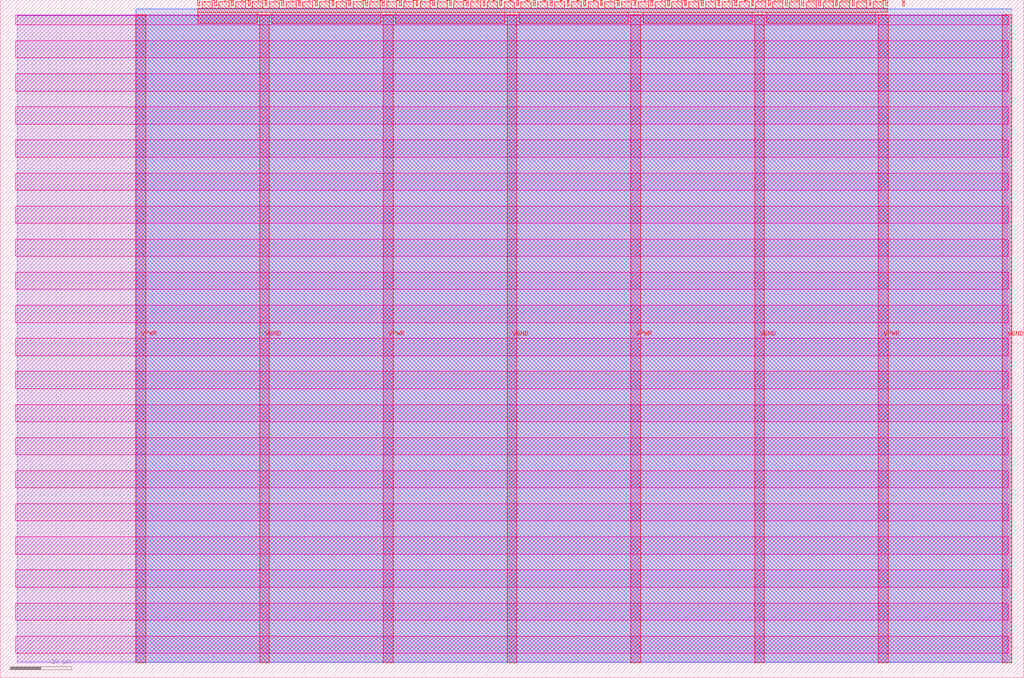
<source format=lef>
VERSION 5.7 ;
  NOWIREEXTENSIONATPIN ON ;
  DIVIDERCHAR "/" ;
  BUSBITCHARS "[]" ;
MACRO tt_um_wokwi_380119282165535745_dup
  CLASS BLOCK ;
  FOREIGN tt_um_wokwi_380119282165535745_dup ;
  ORIGIN 0.000 0.000 ;
  SIZE 168.360 BY 111.520 ;
  PIN VGND
    DIRECTION INOUT ;
    USE GROUND ;
    PORT
      LAYER met4 ;
        RECT 42.670 2.480 44.270 109.040 ;
    END
    PORT
      LAYER met4 ;
        RECT 83.380 2.480 84.980 109.040 ;
    END
    PORT
      LAYER met4 ;
        RECT 124.090 2.480 125.690 109.040 ;
    END
    PORT
      LAYER met4 ;
        RECT 164.800 2.480 166.400 109.040 ;
    END
  END VGND
  PIN VPWR
    DIRECTION INOUT ;
    USE POWER ;
    PORT
      LAYER met4 ;
        RECT 22.315 2.480 23.915 109.040 ;
    END
    PORT
      LAYER met4 ;
        RECT 63.025 2.480 64.625 109.040 ;
    END
    PORT
      LAYER met4 ;
        RECT 103.735 2.480 105.335 109.040 ;
    END
    PORT
      LAYER met4 ;
        RECT 144.445 2.480 146.045 109.040 ;
    END
  END VPWR
  PIN clk
    DIRECTION INPUT ;
    USE SIGNAL ;
    ANTENNAGATEAREA 0.852000 ;
    PORT
      LAYER met4 ;
        RECT 145.670 110.520 145.970 111.520 ;
    END
  END clk
  PIN ena
    DIRECTION INPUT ;
    USE SIGNAL ;
    PORT
      LAYER met4 ;
        RECT 148.430 110.520 148.730 111.520 ;
    END
  END ena
  PIN rst_n
    DIRECTION INPUT ;
    USE SIGNAL ;
    ANTENNAGATEAREA 0.196500 ;
    PORT
      LAYER met4 ;
        RECT 142.910 110.520 143.210 111.520 ;
    END
  END rst_n
  PIN ui_in[0]
    DIRECTION INPUT ;
    USE SIGNAL ;
    PORT
      LAYER met4 ;
        RECT 140.150 110.520 140.450 111.520 ;
    END
  END ui_in[0]
  PIN ui_in[1]
    DIRECTION INPUT ;
    USE SIGNAL ;
    PORT
      LAYER met4 ;
        RECT 137.390 110.520 137.690 111.520 ;
    END
  END ui_in[1]
  PIN ui_in[2]
    DIRECTION INPUT ;
    USE SIGNAL ;
    PORT
      LAYER met4 ;
        RECT 134.630 110.520 134.930 111.520 ;
    END
  END ui_in[2]
  PIN ui_in[3]
    DIRECTION INPUT ;
    USE SIGNAL ;
    PORT
      LAYER met4 ;
        RECT 131.870 110.520 132.170 111.520 ;
    END
  END ui_in[3]
  PIN ui_in[4]
    DIRECTION INPUT ;
    USE SIGNAL ;
    PORT
      LAYER met4 ;
        RECT 129.110 110.520 129.410 111.520 ;
    END
  END ui_in[4]
  PIN ui_in[5]
    DIRECTION INPUT ;
    USE SIGNAL ;
    PORT
      LAYER met4 ;
        RECT 126.350 110.520 126.650 111.520 ;
    END
  END ui_in[5]
  PIN ui_in[6]
    DIRECTION INPUT ;
    USE SIGNAL ;
    PORT
      LAYER met4 ;
        RECT 123.590 110.520 123.890 111.520 ;
    END
  END ui_in[6]
  PIN ui_in[7]
    DIRECTION INPUT ;
    USE SIGNAL ;
    PORT
      LAYER met4 ;
        RECT 120.830 110.520 121.130 111.520 ;
    END
  END ui_in[7]
  PIN uio_in[0]
    DIRECTION INPUT ;
    USE SIGNAL ;
    PORT
      LAYER met4 ;
        RECT 118.070 110.520 118.370 111.520 ;
    END
  END uio_in[0]
  PIN uio_in[1]
    DIRECTION INPUT ;
    USE SIGNAL ;
    PORT
      LAYER met4 ;
        RECT 115.310 110.520 115.610 111.520 ;
    END
  END uio_in[1]
  PIN uio_in[2]
    DIRECTION INPUT ;
    USE SIGNAL ;
    PORT
      LAYER met4 ;
        RECT 112.550 110.520 112.850 111.520 ;
    END
  END uio_in[2]
  PIN uio_in[3]
    DIRECTION INPUT ;
    USE SIGNAL ;
    PORT
      LAYER met4 ;
        RECT 109.790 110.520 110.090 111.520 ;
    END
  END uio_in[3]
  PIN uio_in[4]
    DIRECTION INPUT ;
    USE SIGNAL ;
    PORT
      LAYER met4 ;
        RECT 107.030 110.520 107.330 111.520 ;
    END
  END uio_in[4]
  PIN uio_in[5]
    DIRECTION INPUT ;
    USE SIGNAL ;
    PORT
      LAYER met4 ;
        RECT 104.270 110.520 104.570 111.520 ;
    END
  END uio_in[5]
  PIN uio_in[6]
    DIRECTION INPUT ;
    USE SIGNAL ;
    PORT
      LAYER met4 ;
        RECT 101.510 110.520 101.810 111.520 ;
    END
  END uio_in[6]
  PIN uio_in[7]
    DIRECTION INPUT ;
    USE SIGNAL ;
    PORT
      LAYER met4 ;
        RECT 98.750 110.520 99.050 111.520 ;
    END
  END uio_in[7]
  PIN uio_oe[0]
    DIRECTION OUTPUT TRISTATE ;
    USE SIGNAL ;
    PORT
      LAYER met4 ;
        RECT 51.830 110.520 52.130 111.520 ;
    END
  END uio_oe[0]
  PIN uio_oe[1]
    DIRECTION OUTPUT TRISTATE ;
    USE SIGNAL ;
    PORT
      LAYER met4 ;
        RECT 49.070 110.520 49.370 111.520 ;
    END
  END uio_oe[1]
  PIN uio_oe[2]
    DIRECTION OUTPUT TRISTATE ;
    USE SIGNAL ;
    PORT
      LAYER met4 ;
        RECT 46.310 110.520 46.610 111.520 ;
    END
  END uio_oe[2]
  PIN uio_oe[3]
    DIRECTION OUTPUT TRISTATE ;
    USE SIGNAL ;
    PORT
      LAYER met4 ;
        RECT 43.550 110.520 43.850 111.520 ;
    END
  END uio_oe[3]
  PIN uio_oe[4]
    DIRECTION OUTPUT TRISTATE ;
    USE SIGNAL ;
    PORT
      LAYER met4 ;
        RECT 40.790 110.520 41.090 111.520 ;
    END
  END uio_oe[4]
  PIN uio_oe[5]
    DIRECTION OUTPUT TRISTATE ;
    USE SIGNAL ;
    PORT
      LAYER met4 ;
        RECT 38.030 110.520 38.330 111.520 ;
    END
  END uio_oe[5]
  PIN uio_oe[6]
    DIRECTION OUTPUT TRISTATE ;
    USE SIGNAL ;
    PORT
      LAYER met4 ;
        RECT 35.270 110.520 35.570 111.520 ;
    END
  END uio_oe[6]
  PIN uio_oe[7]
    DIRECTION OUTPUT TRISTATE ;
    USE SIGNAL ;
    PORT
      LAYER met4 ;
        RECT 32.510 110.520 32.810 111.520 ;
    END
  END uio_oe[7]
  PIN uio_out[0]
    DIRECTION OUTPUT TRISTATE ;
    USE SIGNAL ;
    PORT
      LAYER met4 ;
        RECT 73.910 110.520 74.210 111.520 ;
    END
  END uio_out[0]
  PIN uio_out[1]
    DIRECTION OUTPUT TRISTATE ;
    USE SIGNAL ;
    PORT
      LAYER met4 ;
        RECT 71.150 110.520 71.450 111.520 ;
    END
  END uio_out[1]
  PIN uio_out[2]
    DIRECTION OUTPUT TRISTATE ;
    USE SIGNAL ;
    PORT
      LAYER met4 ;
        RECT 68.390 110.520 68.690 111.520 ;
    END
  END uio_out[2]
  PIN uio_out[3]
    DIRECTION OUTPUT TRISTATE ;
    USE SIGNAL ;
    PORT
      LAYER met4 ;
        RECT 65.630 110.520 65.930 111.520 ;
    END
  END uio_out[3]
  PIN uio_out[4]
    DIRECTION OUTPUT TRISTATE ;
    USE SIGNAL ;
    PORT
      LAYER met4 ;
        RECT 62.870 110.520 63.170 111.520 ;
    END
  END uio_out[4]
  PIN uio_out[5]
    DIRECTION OUTPUT TRISTATE ;
    USE SIGNAL ;
    PORT
      LAYER met4 ;
        RECT 60.110 110.520 60.410 111.520 ;
    END
  END uio_out[5]
  PIN uio_out[6]
    DIRECTION OUTPUT TRISTATE ;
    USE SIGNAL ;
    PORT
      LAYER met4 ;
        RECT 57.350 110.520 57.650 111.520 ;
    END
  END uio_out[6]
  PIN uio_out[7]
    DIRECTION OUTPUT TRISTATE ;
    USE SIGNAL ;
    PORT
      LAYER met4 ;
        RECT 54.590 110.520 54.890 111.520 ;
    END
  END uio_out[7]
  PIN uo_out[0]
    DIRECTION OUTPUT TRISTATE ;
    USE SIGNAL ;
    ANTENNADIFFAREA 0.795200 ;
    PORT
      LAYER met4 ;
        RECT 95.990 110.520 96.290 111.520 ;
    END
  END uo_out[0]
  PIN uo_out[1]
    DIRECTION OUTPUT TRISTATE ;
    USE SIGNAL ;
    ANTENNADIFFAREA 0.445500 ;
    PORT
      LAYER met4 ;
        RECT 93.230 110.520 93.530 111.520 ;
    END
  END uo_out[1]
  PIN uo_out[2]
    DIRECTION OUTPUT TRISTATE ;
    USE SIGNAL ;
    ANTENNADIFFAREA 0.445500 ;
    PORT
      LAYER met4 ;
        RECT 90.470 110.520 90.770 111.520 ;
    END
  END uo_out[2]
  PIN uo_out[3]
    DIRECTION OUTPUT TRISTATE ;
    USE SIGNAL ;
    ANTENNADIFFAREA 0.445500 ;
    PORT
      LAYER met4 ;
        RECT 87.710 110.520 88.010 111.520 ;
    END
  END uo_out[3]
  PIN uo_out[4]
    DIRECTION OUTPUT TRISTATE ;
    USE SIGNAL ;
    ANTENNADIFFAREA 0.445500 ;
    PORT
      LAYER met4 ;
        RECT 84.950 110.520 85.250 111.520 ;
    END
  END uo_out[4]
  PIN uo_out[5]
    DIRECTION OUTPUT TRISTATE ;
    USE SIGNAL ;
    ANTENNADIFFAREA 0.445500 ;
    PORT
      LAYER met4 ;
        RECT 82.190 110.520 82.490 111.520 ;
    END
  END uo_out[5]
  PIN uo_out[6]
    DIRECTION OUTPUT TRISTATE ;
    USE SIGNAL ;
    ANTENNADIFFAREA 0.795200 ;
    PORT
      LAYER met4 ;
        RECT 79.430 110.520 79.730 111.520 ;
    END
  END uo_out[6]
  PIN uo_out[7]
    DIRECTION OUTPUT TRISTATE ;
    USE SIGNAL ;
    PORT
      LAYER met4 ;
        RECT 76.670 110.520 76.970 111.520 ;
    END
  END uo_out[7]
  OBS
      LAYER nwell ;
        RECT 2.570 107.385 165.790 108.990 ;
        RECT 2.570 101.945 165.790 104.775 ;
        RECT 2.570 96.505 165.790 99.335 ;
        RECT 2.570 91.065 165.790 93.895 ;
        RECT 2.570 85.625 165.790 88.455 ;
        RECT 2.570 80.185 165.790 83.015 ;
        RECT 2.570 74.745 165.790 77.575 ;
        RECT 2.570 69.305 165.790 72.135 ;
        RECT 2.570 63.865 165.790 66.695 ;
        RECT 2.570 58.425 165.790 61.255 ;
        RECT 2.570 52.985 165.790 55.815 ;
        RECT 2.570 47.545 165.790 50.375 ;
        RECT 2.570 42.105 165.790 44.935 ;
        RECT 2.570 36.665 165.790 39.495 ;
        RECT 2.570 31.225 165.790 34.055 ;
        RECT 2.570 25.785 165.790 28.615 ;
        RECT 2.570 20.345 165.790 23.175 ;
        RECT 2.570 14.905 165.790 17.735 ;
        RECT 2.570 9.465 165.790 12.295 ;
        RECT 2.570 4.025 165.790 6.855 ;
      LAYER li1 ;
        RECT 2.760 2.635 165.600 108.885 ;
      LAYER met1 ;
        RECT 2.760 2.480 166.400 109.040 ;
      LAYER met2 ;
        RECT 22.345 2.535 166.370 110.005 ;
      LAYER met3 ;
        RECT 22.325 2.555 166.390 109.985 ;
      LAYER met4 ;
        RECT 33.210 110.120 34.870 111.170 ;
        RECT 35.970 110.120 37.630 111.170 ;
        RECT 38.730 110.120 40.390 111.170 ;
        RECT 41.490 110.120 43.150 111.170 ;
        RECT 44.250 110.120 45.910 111.170 ;
        RECT 47.010 110.120 48.670 111.170 ;
        RECT 49.770 110.120 51.430 111.170 ;
        RECT 52.530 110.120 54.190 111.170 ;
        RECT 55.290 110.120 56.950 111.170 ;
        RECT 58.050 110.120 59.710 111.170 ;
        RECT 60.810 110.120 62.470 111.170 ;
        RECT 63.570 110.120 65.230 111.170 ;
        RECT 66.330 110.120 67.990 111.170 ;
        RECT 69.090 110.120 70.750 111.170 ;
        RECT 71.850 110.120 73.510 111.170 ;
        RECT 74.610 110.120 76.270 111.170 ;
        RECT 77.370 110.120 79.030 111.170 ;
        RECT 80.130 110.120 81.790 111.170 ;
        RECT 82.890 110.120 84.550 111.170 ;
        RECT 85.650 110.120 87.310 111.170 ;
        RECT 88.410 110.120 90.070 111.170 ;
        RECT 91.170 110.120 92.830 111.170 ;
        RECT 93.930 110.120 95.590 111.170 ;
        RECT 96.690 110.120 98.350 111.170 ;
        RECT 99.450 110.120 101.110 111.170 ;
        RECT 102.210 110.120 103.870 111.170 ;
        RECT 104.970 110.120 106.630 111.170 ;
        RECT 107.730 110.120 109.390 111.170 ;
        RECT 110.490 110.120 112.150 111.170 ;
        RECT 113.250 110.120 114.910 111.170 ;
        RECT 116.010 110.120 117.670 111.170 ;
        RECT 118.770 110.120 120.430 111.170 ;
        RECT 121.530 110.120 123.190 111.170 ;
        RECT 124.290 110.120 125.950 111.170 ;
        RECT 127.050 110.120 128.710 111.170 ;
        RECT 129.810 110.120 131.470 111.170 ;
        RECT 132.570 110.120 134.230 111.170 ;
        RECT 135.330 110.120 136.990 111.170 ;
        RECT 138.090 110.120 139.750 111.170 ;
        RECT 140.850 110.120 142.510 111.170 ;
        RECT 143.610 110.120 145.270 111.170 ;
        RECT 32.495 109.440 145.970 110.120 ;
        RECT 32.495 107.615 42.270 109.440 ;
        RECT 44.670 107.615 62.625 109.440 ;
        RECT 65.025 107.615 82.980 109.440 ;
        RECT 85.380 107.615 103.335 109.440 ;
        RECT 105.735 107.615 123.690 109.440 ;
        RECT 126.090 107.615 144.045 109.440 ;
  END
END tt_um_wokwi_380119282165535745_dup
END LIBRARY


</source>
